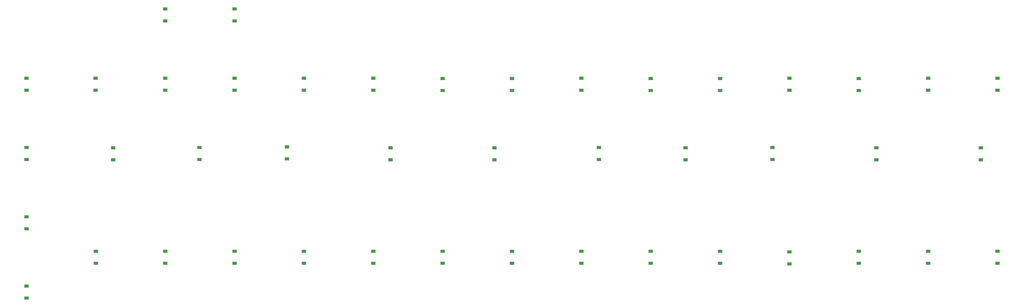
<source format=gbp>
G04 #@! TF.GenerationSoftware,KiCad,Pcbnew,(5.1.4)-1*
G04 #@! TF.CreationDate,2022-01-07T23:34:50-05:00*
G04 #@! TF.ProjectId,the_TOP-1,7468655f-544f-4502-9d31-2e6b69636164,rev?*
G04 #@! TF.SameCoordinates,Original*
G04 #@! TF.FileFunction,Paste,Bot*
G04 #@! TF.FilePolarity,Positive*
%FSLAX46Y46*%
G04 Gerber Fmt 4.6, Leading zero omitted, Abs format (unit mm)*
G04 Created by KiCad (PCBNEW (5.1.4)-1) date 2022-01-07 23:34:50*
%MOMM*%
%LPD*%
G04 APERTURE LIST*
%ADD10R,1.200000X0.900000*%
G04 APERTURE END LIST*
D10*
X265557000Y-74550000D03*
X265557000Y-77850000D03*
X260985000Y-46102000D03*
X260985000Y-49402000D03*
X265557000Y-26925000D03*
X265557000Y-30225000D03*
X246507000Y-74550000D03*
X246507000Y-77850000D03*
X246507000Y-26925000D03*
X246507000Y-30225000D03*
X227457000Y-74550000D03*
X227457000Y-77850000D03*
X227457000Y-27052000D03*
X227457000Y-30352000D03*
X208407000Y-74677000D03*
X208407000Y-77977000D03*
X203708000Y-45975000D03*
X203708000Y-49275000D03*
X208407000Y-26925000D03*
X208407000Y-30225000D03*
X189357000Y-74550000D03*
X189357000Y-77850000D03*
X232283000Y-46102000D03*
X232283000Y-49402000D03*
X189357000Y-27052000D03*
X189357000Y-30352000D03*
X170307000Y-74550000D03*
X170307000Y-77850000D03*
X179832000Y-46102000D03*
X179832000Y-49402000D03*
X170307000Y-27052000D03*
X170307000Y-30352000D03*
X151257000Y-74550000D03*
X151257000Y-77850000D03*
X151257000Y-26925000D03*
X151257000Y-30225000D03*
X132207000Y-74550000D03*
X132207000Y-77850000D03*
X156083000Y-45975000D03*
X156083000Y-49275000D03*
X132207000Y-27052000D03*
X132207000Y-30352000D03*
X113157000Y-74550000D03*
X113157000Y-77850000D03*
X127381000Y-46102000D03*
X127381000Y-49402000D03*
X113157000Y-27052000D03*
X113157000Y-30352000D03*
X94107000Y-74550000D03*
X94107000Y-77850000D03*
X98806000Y-46102000D03*
X98806000Y-49402000D03*
X94107000Y-26925000D03*
X94107000Y-30225000D03*
X75057000Y-74550000D03*
X75057000Y-77850000D03*
X75057000Y-26925000D03*
X75057000Y-30225000D03*
X56007000Y-74550000D03*
X56007000Y-77850000D03*
X70358000Y-45848000D03*
X70358000Y-49148000D03*
X56007000Y-26925000D03*
X56007000Y-30225000D03*
X56007000Y-7875000D03*
X56007000Y-11175000D03*
X36957000Y-74550000D03*
X36957000Y-77850000D03*
X46355000Y-45975000D03*
X46355000Y-49275000D03*
X36957000Y-26925000D03*
X36957000Y-30225000D03*
X36957000Y-7875000D03*
X36957000Y-11175000D03*
X17907000Y-74550000D03*
X17907000Y-77850000D03*
X22606000Y-46102000D03*
X22606000Y-49402000D03*
X17780000Y-26925000D03*
X17780000Y-30225000D03*
X-1143000Y-84075000D03*
X-1143000Y-87375000D03*
X-1143000Y-65025000D03*
X-1143000Y-68325000D03*
X-1143000Y-45975000D03*
X-1143000Y-49275000D03*
X-1143000Y-26925000D03*
X-1143000Y-30225000D03*
M02*

</source>
